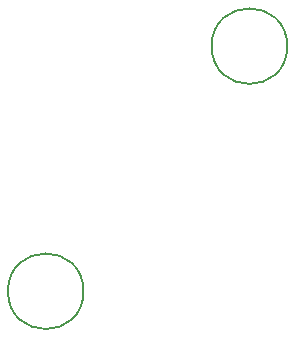
<source format=gbr>
%TF.GenerationSoftware,KiCad,Pcbnew,7.0.7*%
%TF.CreationDate,2023-09-04T20:39:43-04:00*%
%TF.ProjectId,PRJ,50524a2e-6b69-4636-9164-5f7063625858,rev?*%
%TF.SameCoordinates,Original*%
%TF.FileFunction,Other,Comment*%
%FSLAX46Y46*%
G04 Gerber Fmt 4.6, Leading zero omitted, Abs format (unit mm)*
G04 Created by KiCad (PCBNEW 7.0.7) date 2023-09-04 20:39:43*
%MOMM*%
%LPD*%
G01*
G04 APERTURE LIST*
%ADD10C,0.150000*%
G04 APERTURE END LIST*
D10*
%TO.C,H1*%
X111700000Y-112750000D02*
G75*
G03*
X111700000Y-112750000I-3200000J0D01*
G01*
%TO.C,H2*%
X128950000Y-92000000D02*
G75*
G03*
X128950000Y-92000000I-3200000J0D01*
G01*
%TD*%
M02*

</source>
